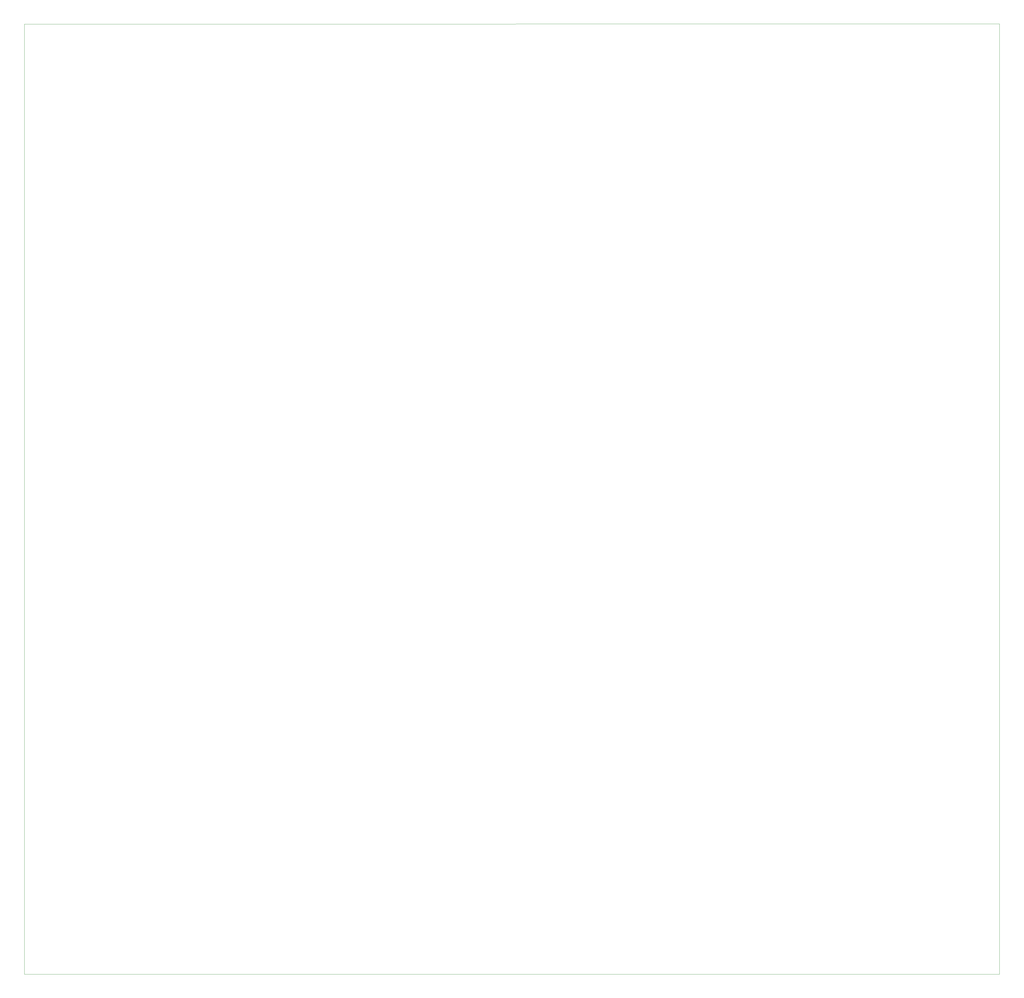
<source format=gbr>
G04 ===== Begin FILE IDENTIFICATION =====*
G04 File Format:  Gerber RS274X*
G04 ===== End FILE IDENTIFICATION =====*
%FSLAX36Y36*%
%MOMM*%
%SFA1.0000B1.0000*%
%OFA0.0B0.0*%
%ADD14C,0.025000*%
%LNcase_dimensions*%
%IPPOS*%
%LPD*%
G75*
D14*
G01X7403400Y10425300D02*
G01X333203400D01*
G01Y328025300D01*
G01X7403400Y327925300D01*
G01Y10425300D01*
M02*


</source>
